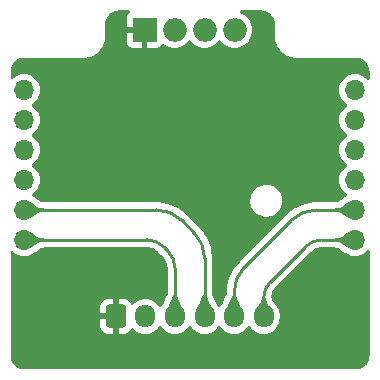
<source format=gtl>
G04 #@! TF.GenerationSoftware,KiCad,Pcbnew,7.0.1*
G04 #@! TF.CreationDate,2023-07-14T19:01:49+02:00*
G04 #@! TF.ProjectId,spectrophotometer_interface,73706563-7472-46f7-9068-6f746f6d6574,rev?*
G04 #@! TF.SameCoordinates,Original*
G04 #@! TF.FileFunction,Copper,L1,Top*
G04 #@! TF.FilePolarity,Positive*
%FSLAX46Y46*%
G04 Gerber Fmt 4.6, Leading zero omitted, Abs format (unit mm)*
G04 Created by KiCad (PCBNEW 7.0.1) date 2023-07-14 19:01:49*
%MOMM*%
%LPD*%
G01*
G04 APERTURE LIST*
G04 Aperture macros list*
%AMRoundRect*
0 Rectangle with rounded corners*
0 $1 Rounding radius*
0 $2 $3 $4 $5 $6 $7 $8 $9 X,Y pos of 4 corners*
0 Add a 4 corners polygon primitive as box body*
4,1,4,$2,$3,$4,$5,$6,$7,$8,$9,$2,$3,0*
0 Add four circle primitives for the rounded corners*
1,1,$1+$1,$2,$3*
1,1,$1+$1,$4,$5*
1,1,$1+$1,$6,$7*
1,1,$1+$1,$8,$9*
0 Add four rect primitives between the rounded corners*
20,1,$1+$1,$2,$3,$4,$5,0*
20,1,$1+$1,$4,$5,$6,$7,0*
20,1,$1+$1,$6,$7,$8,$9,0*
20,1,$1+$1,$8,$9,$2,$3,0*%
G04 Aperture macros list end*
G04 #@! TA.AperFunction,ComponentPad*
%ADD10O,2.000000X2.000000*%
G04 #@! TD*
G04 #@! TA.AperFunction,ComponentPad*
%ADD11O,1.700000X1.700000*%
G04 #@! TD*
G04 #@! TA.AperFunction,ComponentPad*
%ADD12R,2.000000X2.000000*%
G04 #@! TD*
G04 #@! TA.AperFunction,ComponentPad*
%ADD13O,1.700000X1.950000*%
G04 #@! TD*
G04 #@! TA.AperFunction,ComponentPad*
%ADD14RoundRect,0.250000X-0.600000X-0.725000X0.600000X-0.725000X0.600000X0.725000X-0.600000X0.725000X0*%
G04 #@! TD*
G04 #@! TA.AperFunction,ViaPad*
%ADD15C,0.800000*%
G04 #@! TD*
G04 #@! TA.AperFunction,Conductor*
%ADD16C,0.250000*%
G04 #@! TD*
G04 APERTURE END LIST*
D10*
X106235000Y-46943205D03*
X103695000Y-46943205D03*
D11*
X116425000Y-52023205D03*
X116425000Y-54563205D03*
X116425000Y-57103205D03*
X116425000Y-59643205D03*
X116425000Y-62183205D03*
X116425000Y-64723205D03*
X88425000Y-64723205D03*
X88425000Y-62183205D03*
X88425000Y-59643205D03*
X88425000Y-57103205D03*
X88425000Y-54563205D03*
X88425000Y-52023205D03*
D10*
X101155000Y-46943205D03*
D12*
X98615000Y-46943205D03*
D13*
X108694840Y-71200000D03*
X106194840Y-71200000D03*
X103694840Y-71200000D03*
X101194840Y-71200000D03*
X98694840Y-71200000D03*
D14*
X96194840Y-71200000D03*
D15*
X116600000Y-74625000D03*
X116600000Y-69625000D03*
X111600000Y-74625000D03*
X111600000Y-69625000D03*
X111600000Y-59625000D03*
X111600000Y-54625000D03*
X106600000Y-74625000D03*
X106600000Y-64625000D03*
X106600000Y-59625000D03*
X106600000Y-54625000D03*
X106600000Y-49625000D03*
X101600000Y-74625000D03*
X101600000Y-59625000D03*
X101600000Y-54625000D03*
X96600000Y-74625000D03*
X96600000Y-59625000D03*
X96600000Y-54625000D03*
X96600000Y-49625000D03*
X91600000Y-74625000D03*
X91600000Y-69625000D03*
X91600000Y-59625000D03*
X91600000Y-54625000D03*
D16*
X113650062Y-64723177D02*
G75*
G03*
X112235849Y-65308991I38J-2000023D01*
G01*
X109280622Y-68264208D02*
G75*
G03*
X108694840Y-69678427I1414178J-1414192D01*
G01*
X113179276Y-62183187D02*
G75*
G03*
X111057955Y-63061885I24J-3000013D01*
G01*
X107073507Y-67046309D02*
G75*
G03*
X106194840Y-69167641I2121293J-2121291D01*
G01*
X106194840Y-69167641D02*
X106194840Y-71200000D01*
X111057955Y-63061885D02*
X107073519Y-67046321D01*
X116425000Y-62183205D02*
X113179276Y-62183205D01*
X100228821Y-65309001D02*
G75*
G03*
X98814618Y-64723205I-1414221J-1414199D01*
G01*
X101194809Y-67103427D02*
G75*
G03*
X100609053Y-65689213I-2000009J27D01*
G01*
X101756721Y-63061887D02*
G75*
G03*
X99635404Y-62183205I-2121321J-2121313D01*
G01*
X103694799Y-66242641D02*
G75*
G03*
X102816160Y-64121320I-2999999J41D01*
G01*
X113650062Y-64723205D02*
X116425000Y-64723205D01*
X109280627Y-68264213D02*
X112235849Y-65308991D01*
X108694840Y-71200000D02*
X108694840Y-69678427D01*
X100609053Y-65689213D02*
X100228831Y-65308991D01*
X101194840Y-71200000D02*
X101194840Y-67103427D01*
X98814618Y-64723205D02*
X88425000Y-64723205D01*
X99635404Y-62183205D02*
X88425000Y-62183205D01*
X102816160Y-64121320D02*
X101756724Y-63061884D01*
X103694840Y-71200000D02*
X103694840Y-66242641D01*
G04 #@! TA.AperFunction,Conductor*
G36*
X98818669Y-65348970D02*
G01*
X98985911Y-65359934D01*
X99001986Y-65362050D01*
X99162390Y-65393958D01*
X99178042Y-65398152D01*
X99308719Y-65442512D01*
X99332910Y-65450724D01*
X99347894Y-65456931D01*
X99494569Y-65529264D01*
X99508612Y-65537372D01*
X99644593Y-65628233D01*
X99657449Y-65638096D01*
X99739483Y-65710040D01*
X99783639Y-65748765D01*
X99789560Y-65754311D01*
X99854463Y-65819215D01*
X99854468Y-65819218D01*
X100012023Y-65976774D01*
X100163870Y-66128621D01*
X100169419Y-66134546D01*
X100279928Y-66260564D01*
X100289801Y-66273431D01*
X100380661Y-66409417D01*
X100388771Y-66423465D01*
X100461093Y-66570128D01*
X100467300Y-66585112D01*
X100519867Y-66739976D01*
X100524065Y-66755644D01*
X100555967Y-66916038D01*
X100558084Y-66932120D01*
X100569074Y-67099848D01*
X100569339Y-67107955D01*
X100569339Y-67194628D01*
X100569340Y-67194636D01*
X100569340Y-69250043D01*
X100561828Y-69292546D01*
X100467576Y-69550866D01*
X100465629Y-69555864D01*
X100345367Y-69845859D01*
X100342601Y-69852045D01*
X100227645Y-70091379D01*
X100223571Y-70099146D01*
X100182354Y-70171381D01*
X100162341Y-70197602D01*
X100156347Y-70203596D01*
X100046414Y-70360597D01*
X100002096Y-70399462D01*
X99944839Y-70413473D01*
X99887582Y-70399462D01*
X99843266Y-70360598D01*
X99733335Y-70203599D01*
X99566241Y-70036505D01*
X99372670Y-69900965D01*
X99158503Y-69801097D01*
X99097341Y-69784709D01*
X98930247Y-69739936D01*
X98694840Y-69719340D01*
X98459432Y-69739936D01*
X98231176Y-69801097D01*
X98017010Y-69900965D01*
X97823441Y-70036503D01*
X97675875Y-70184069D01*
X97628905Y-70213514D01*
X97573798Y-70219548D01*
X97521568Y-70200967D01*
X97482655Y-70161484D01*
X97387155Y-70006653D01*
X97263185Y-69882683D01*
X97113962Y-69790642D01*
X96947536Y-69735493D01*
X96844819Y-69725000D01*
X96444840Y-69725000D01*
X96444840Y-72674999D01*
X96844819Y-72674999D01*
X96947535Y-72664506D01*
X97113962Y-72609357D01*
X97263185Y-72517316D01*
X97387156Y-72393345D01*
X97482655Y-72238516D01*
X97521568Y-72199032D01*
X97573798Y-72180451D01*
X97628905Y-72186486D01*
X97675875Y-72215931D01*
X97823439Y-72363495D01*
X98017010Y-72499035D01*
X98231177Y-72598903D01*
X98459432Y-72660063D01*
X98694840Y-72680659D01*
X98930248Y-72660063D01*
X99158503Y-72598903D01*
X99372669Y-72499035D01*
X99566241Y-72363495D01*
X99733335Y-72196401D01*
X99843266Y-72039401D01*
X99887583Y-72000537D01*
X99944840Y-71986526D01*
X100002097Y-72000537D01*
X100046413Y-72039401D01*
X100156345Y-72196401D01*
X100323439Y-72363495D01*
X100517010Y-72499035D01*
X100731177Y-72598903D01*
X100959432Y-72660063D01*
X101194840Y-72680659D01*
X101430248Y-72660063D01*
X101658503Y-72598903D01*
X101872669Y-72499035D01*
X102066241Y-72363495D01*
X102233335Y-72196401D01*
X102343266Y-72039401D01*
X102387583Y-72000537D01*
X102444840Y-71986526D01*
X102502097Y-72000537D01*
X102546413Y-72039401D01*
X102656345Y-72196401D01*
X102823439Y-72363495D01*
X103017010Y-72499035D01*
X103231177Y-72598903D01*
X103459432Y-72660063D01*
X103694840Y-72680659D01*
X103930248Y-72660063D01*
X104158503Y-72598903D01*
X104372669Y-72499035D01*
X104566241Y-72363495D01*
X104733335Y-72196401D01*
X104843266Y-72039401D01*
X104887583Y-72000537D01*
X104944840Y-71986526D01*
X105002097Y-72000537D01*
X105046413Y-72039401D01*
X105156345Y-72196401D01*
X105323439Y-72363495D01*
X105517010Y-72499035D01*
X105731177Y-72598903D01*
X105959432Y-72660063D01*
X106194840Y-72680659D01*
X106430248Y-72660063D01*
X106658503Y-72598903D01*
X106872669Y-72499035D01*
X107066241Y-72363495D01*
X107233335Y-72196401D01*
X107343266Y-72039401D01*
X107387583Y-72000537D01*
X107444840Y-71986526D01*
X107502097Y-72000537D01*
X107546413Y-72039401D01*
X107656345Y-72196401D01*
X107823439Y-72363495D01*
X108017010Y-72499035D01*
X108231177Y-72598903D01*
X108459432Y-72660063D01*
X108694840Y-72680659D01*
X108930248Y-72660063D01*
X109158503Y-72598903D01*
X109372669Y-72499035D01*
X109566241Y-72363495D01*
X109733335Y-72196401D01*
X109868875Y-72002829D01*
X109968743Y-71788663D01*
X110029903Y-71560408D01*
X110045340Y-71383966D01*
X110045340Y-71016034D01*
X110029903Y-70839592D01*
X109968743Y-70611337D01*
X109868875Y-70397171D01*
X109733335Y-70203599D01*
X109572071Y-70042335D01*
X109554192Y-70019715D01*
X109546142Y-70006654D01*
X109525785Y-69973625D01*
X109521524Y-69966139D01*
X109407678Y-69748888D01*
X109404700Y-69742803D01*
X109340195Y-69601266D01*
X109329297Y-69541736D01*
X109331566Y-69507119D01*
X109333680Y-69491048D01*
X109365586Y-69330639D01*
X109369783Y-69314978D01*
X109391824Y-69250046D01*
X109422353Y-69160106D01*
X109428552Y-69145140D01*
X109500890Y-68998454D01*
X109508993Y-68984419D01*
X109599861Y-68848425D01*
X109609718Y-68835579D01*
X109720163Y-68709641D01*
X109725694Y-68703735D01*
X109776625Y-68652806D01*
X109776625Y-68652804D01*
X109786830Y-68642600D01*
X109786833Y-68642595D01*
X112614235Y-65815194D01*
X112614245Y-65815187D01*
X112654743Y-65774688D01*
X112675293Y-65754137D01*
X112681182Y-65748620D01*
X112807223Y-65638083D01*
X112820081Y-65628217D01*
X112956064Y-65537353D01*
X112970106Y-65529245D01*
X113116793Y-65456903D01*
X113131750Y-65450708D01*
X113286632Y-65398130D01*
X113302293Y-65393933D01*
X113462698Y-65362024D01*
X113478773Y-65359908D01*
X113611761Y-65351189D01*
X113645591Y-65348971D01*
X113653703Y-65348705D01*
X114652239Y-65348705D01*
X114677027Y-65351208D01*
X114679924Y-65351799D01*
X114679929Y-65351800D01*
X114940409Y-65380565D01*
X114977172Y-65390511D01*
X115044182Y-65420306D01*
X115058754Y-65426786D01*
X115084889Y-65442512D01*
X115217113Y-65546194D01*
X115217355Y-65546399D01*
X115219825Y-65548322D01*
X115220153Y-65548578D01*
X115225502Y-65552772D01*
X115225801Y-65552974D01*
X115448098Y-65726030D01*
X115483719Y-65751365D01*
X115485418Y-65752466D01*
X115492992Y-65756920D01*
X115523213Y-65774693D01*
X115630058Y-65831437D01*
X115719118Y-65878736D01*
X115719128Y-65878741D01*
X115732083Y-65886676D01*
X115747170Y-65897240D01*
X115747171Y-65897240D01*
X115747172Y-65897241D01*
X115799910Y-65921833D01*
X115805668Y-65924702D01*
X115851256Y-65948914D01*
X115876985Y-65958290D01*
X115886934Y-65962413D01*
X115961337Y-65997108D01*
X116189592Y-66058268D01*
X116425000Y-66078864D01*
X116660408Y-66058268D01*
X116888663Y-65997108D01*
X117102830Y-65897240D01*
X117296401Y-65761700D01*
X117457659Y-65600442D01*
X117507022Y-65570192D01*
X117564738Y-65565650D01*
X117618225Y-65587805D01*
X117655825Y-65631828D01*
X117669340Y-65688123D01*
X117669340Y-74495125D01*
X117668958Y-74504854D01*
X117655337Y-74677918D01*
X117652293Y-74697136D01*
X117612909Y-74861185D01*
X117606896Y-74879690D01*
X117542336Y-75035555D01*
X117533503Y-75052891D01*
X117445357Y-75196737D01*
X117433920Y-75212480D01*
X117324350Y-75340772D01*
X117310592Y-75354531D01*
X117182307Y-75464099D01*
X117166566Y-75475535D01*
X117022720Y-75563688D01*
X117005383Y-75572522D01*
X116849518Y-75637087D01*
X116831013Y-75643100D01*
X116666965Y-75682489D01*
X116647747Y-75685533D01*
X116475205Y-75699117D01*
X116465473Y-75699500D01*
X88537551Y-75699500D01*
X88537545Y-75699499D01*
X88474701Y-75699499D01*
X88464976Y-75699117D01*
X88291912Y-75685502D01*
X88272692Y-75682458D01*
X88108650Y-75643078D01*
X88090144Y-75637066D01*
X87934275Y-75572506D01*
X87916938Y-75563673D01*
X87773087Y-75475525D01*
X87757345Y-75464087D01*
X87629056Y-75354521D01*
X87615297Y-75340763D01*
X87505731Y-75212481D01*
X87494293Y-75196739D01*
X87406140Y-75052889D01*
X87397306Y-75035551D01*
X87332745Y-74879689D01*
X87326732Y-74861184D01*
X87287346Y-74697135D01*
X87284302Y-74677916D01*
X87270722Y-74505362D01*
X87270340Y-74495633D01*
X87270340Y-71450000D01*
X94844841Y-71450000D01*
X94844841Y-71974979D01*
X94855333Y-72077695D01*
X94910482Y-72244122D01*
X95002523Y-72393345D01*
X95126494Y-72517316D01*
X95275717Y-72609357D01*
X95442143Y-72664506D01*
X95544861Y-72675000D01*
X95944840Y-72675000D01*
X95944840Y-71450000D01*
X94844841Y-71450000D01*
X87270340Y-71450000D01*
X87270340Y-70950000D01*
X94844840Y-70950000D01*
X95944840Y-70950000D01*
X95944840Y-69725001D01*
X95544861Y-69725001D01*
X95442144Y-69735493D01*
X95275717Y-69790642D01*
X95126494Y-69882683D01*
X95002523Y-70006654D01*
X94910482Y-70155877D01*
X94855333Y-70322303D01*
X94844840Y-70425021D01*
X94844840Y-70950000D01*
X87270340Y-70950000D01*
X87270340Y-65777803D01*
X87283855Y-65721508D01*
X87321455Y-65677485D01*
X87374942Y-65655330D01*
X87432658Y-65659872D01*
X87482021Y-65690122D01*
X87553599Y-65761700D01*
X87747170Y-65897240D01*
X87961337Y-65997108D01*
X88189592Y-66058268D01*
X88425000Y-66078864D01*
X88660408Y-66058268D01*
X88888663Y-65997108D01*
X88963079Y-65962406D01*
X88973013Y-65958290D01*
X88998743Y-65948914D01*
X89044331Y-65924702D01*
X89050079Y-65921838D01*
X89076133Y-65909688D01*
X89102830Y-65897240D01*
X89117919Y-65886673D01*
X89130872Y-65878739D01*
X89326780Y-65774695D01*
X89364579Y-65752466D01*
X89366278Y-65751365D01*
X89401899Y-65726030D01*
X89629402Y-65548921D01*
X89630798Y-65547830D01*
X89644133Y-65537374D01*
X89664501Y-65521402D01*
X89765111Y-65442509D01*
X89791236Y-65426789D01*
X89872825Y-65390511D01*
X89909587Y-65380565D01*
X90170071Y-65351800D01*
X90171899Y-65351427D01*
X90172973Y-65351208D01*
X90197761Y-65348705D01*
X98810559Y-65348705D01*
X98818669Y-65348970D01*
G37*
G04 #@! TD.AperFunction*
G04 #@! TA.AperFunction,Conductor*
G36*
X97326081Y-45315668D02*
G01*
X97370969Y-45357460D01*
X97390338Y-45415654D01*
X97379449Y-45476011D01*
X97340965Y-45523767D01*
X97257811Y-45586015D01*
X97171647Y-45701115D01*
X97121402Y-45835829D01*
X97115000Y-45895381D01*
X97115000Y-46693205D01*
X98741000Y-46693205D01*
X98803000Y-46709818D01*
X98848387Y-46755205D01*
X98865000Y-46817205D01*
X98865000Y-48443205D01*
X99662824Y-48443205D01*
X99722375Y-48436802D01*
X99857089Y-48386557D01*
X99972188Y-48300393D01*
X100069037Y-48171021D01*
X100069848Y-48171628D01*
X100087569Y-48145243D01*
X100137822Y-48117093D01*
X100195372Y-48114686D01*
X100247800Y-48138540D01*
X100331485Y-48203675D01*
X100331487Y-48203676D01*
X100331491Y-48203679D01*
X100550190Y-48322033D01*
X100785386Y-48402776D01*
X101030665Y-48443705D01*
X101279335Y-48443705D01*
X101524614Y-48402776D01*
X101759810Y-48322033D01*
X101978509Y-48203679D01*
X102174744Y-48050943D01*
X102333771Y-47878193D01*
X102391259Y-47842856D01*
X102458741Y-47842856D01*
X102516228Y-47878193D01*
X102675256Y-48050943D01*
X102675259Y-48050945D01*
X102871485Y-48203675D01*
X102871487Y-48203676D01*
X102871491Y-48203679D01*
X103090190Y-48322033D01*
X103325386Y-48402776D01*
X103570665Y-48443705D01*
X103819335Y-48443705D01*
X104064614Y-48402776D01*
X104299810Y-48322033D01*
X104518509Y-48203679D01*
X104714744Y-48050943D01*
X104873771Y-47878193D01*
X104931259Y-47842856D01*
X104998741Y-47842856D01*
X105056228Y-47878193D01*
X105215256Y-48050943D01*
X105215259Y-48050945D01*
X105411485Y-48203675D01*
X105411487Y-48203676D01*
X105411491Y-48203679D01*
X105630190Y-48322033D01*
X105865386Y-48402776D01*
X106110665Y-48443705D01*
X106359335Y-48443705D01*
X106604614Y-48402776D01*
X106839810Y-48322033D01*
X107058509Y-48203679D01*
X107254744Y-48050943D01*
X107423164Y-47867990D01*
X107559173Y-47659812D01*
X107659063Y-47432086D01*
X107720108Y-47191026D01*
X107740643Y-46943205D01*
X107720108Y-46695384D01*
X107659063Y-46454324D01*
X107559173Y-46226598D01*
X107423164Y-46018420D01*
X107254744Y-45835467D01*
X107169752Y-45769315D01*
X107058514Y-45682734D01*
X107058510Y-45682731D01*
X107058509Y-45682731D01*
X106839810Y-45564377D01*
X106839806Y-45564375D01*
X106839805Y-45564375D01*
X106773991Y-45541781D01*
X106717673Y-45502270D01*
X106691084Y-45438820D01*
X106702407Y-45370962D01*
X106748158Y-45319584D01*
X106814254Y-45300500D01*
X108464952Y-45300500D01*
X108474684Y-45300882D01*
X108647748Y-45314506D01*
X108666962Y-45317550D01*
X108675431Y-45319584D01*
X108831002Y-45356938D01*
X108849506Y-45362951D01*
X109005365Y-45427513D01*
X109022701Y-45436347D01*
X109166542Y-45524496D01*
X109182284Y-45535933D01*
X109310567Y-45645500D01*
X109324317Y-45659250D01*
X109433885Y-45787542D01*
X109445319Y-45803279D01*
X109533469Y-45947128D01*
X109542302Y-45964465D01*
X109606858Y-46120321D01*
X109612871Y-46138826D01*
X109652254Y-46302869D01*
X109655298Y-46322087D01*
X109668958Y-46495651D01*
X109669340Y-46505380D01*
X109669340Y-47448598D01*
X109669300Y-47448799D01*
X109669300Y-47618014D01*
X109700108Y-47852017D01*
X109761198Y-48080005D01*
X109831058Y-48248659D01*
X109851522Y-48298062D01*
X109969537Y-48502465D01*
X110113223Y-48689716D01*
X110280120Y-48856609D01*
X110312861Y-48881731D01*
X110467376Y-49000291D01*
X110569578Y-49059294D01*
X110671781Y-49118299D01*
X110791057Y-49167702D01*
X110889837Y-49208616D01*
X110889840Y-49208616D01*
X110889843Y-49208618D01*
X111117828Y-49269701D01*
X111351835Y-49300503D01*
X111469848Y-49300500D01*
X116464952Y-49300500D01*
X116474684Y-49300882D01*
X116647748Y-49314506D01*
X116666962Y-49317550D01*
X116735512Y-49334010D01*
X116831002Y-49356938D01*
X116849506Y-49362951D01*
X117005365Y-49427513D01*
X117022701Y-49436347D01*
X117166542Y-49524496D01*
X117182284Y-49535933D01*
X117310567Y-49645500D01*
X117324317Y-49659250D01*
X117433885Y-49787542D01*
X117445319Y-49803279D01*
X117533469Y-49947128D01*
X117542302Y-49964465D01*
X117606858Y-50120321D01*
X117612871Y-50138826D01*
X117652254Y-50302869D01*
X117655298Y-50322087D01*
X117668958Y-50495651D01*
X117669340Y-50505380D01*
X117669340Y-51058287D01*
X117655825Y-51114582D01*
X117618225Y-51158605D01*
X117564738Y-51180760D01*
X117507022Y-51176218D01*
X117457659Y-51145968D01*
X117296404Y-50984713D01*
X117296403Y-50984712D01*
X117296401Y-50984710D01*
X117102830Y-50849170D01*
X116888663Y-50749302D01*
X116827502Y-50732914D01*
X116660407Y-50688141D01*
X116425000Y-50667545D01*
X116189592Y-50688141D01*
X115961336Y-50749302D01*
X115747170Y-50849170D01*
X115553598Y-50984710D01*
X115386505Y-51151803D01*
X115250965Y-51345375D01*
X115151097Y-51559541D01*
X115089936Y-51787797D01*
X115069340Y-52023205D01*
X115089936Y-52258612D01*
X115134709Y-52425707D01*
X115151097Y-52486868D01*
X115250965Y-52701035D01*
X115386505Y-52894606D01*
X115553599Y-53061700D01*
X115739160Y-53191631D01*
X115778024Y-53235948D01*
X115792035Y-53293205D01*
X115778024Y-53350462D01*
X115739159Y-53394780D01*
X115553595Y-53524713D01*
X115386505Y-53691803D01*
X115250965Y-53885375D01*
X115151097Y-54099541D01*
X115089936Y-54327797D01*
X115069340Y-54563204D01*
X115089936Y-54798612D01*
X115134709Y-54965707D01*
X115151097Y-55026868D01*
X115250965Y-55241035D01*
X115386505Y-55434606D01*
X115553599Y-55601700D01*
X115739160Y-55731631D01*
X115778024Y-55775948D01*
X115792035Y-55833205D01*
X115778024Y-55890462D01*
X115739159Y-55934780D01*
X115553595Y-56064713D01*
X115386505Y-56231803D01*
X115250965Y-56425375D01*
X115151097Y-56639541D01*
X115089936Y-56867797D01*
X115069340Y-57103204D01*
X115089936Y-57338612D01*
X115134709Y-57505706D01*
X115151097Y-57566868D01*
X115250965Y-57781035D01*
X115386505Y-57974606D01*
X115553599Y-58141700D01*
X115739160Y-58271631D01*
X115778024Y-58315948D01*
X115792035Y-58373205D01*
X115778024Y-58430462D01*
X115739159Y-58474780D01*
X115553595Y-58604713D01*
X115386505Y-58771803D01*
X115250965Y-58965375D01*
X115151097Y-59179541D01*
X115089936Y-59407797D01*
X115069340Y-59643205D01*
X115089936Y-59878612D01*
X115134709Y-60045707D01*
X115151097Y-60106868D01*
X115250965Y-60321035D01*
X115386505Y-60514606D01*
X115553599Y-60681700D01*
X115739160Y-60811631D01*
X115778025Y-60855949D01*
X115792035Y-60913207D01*
X115778023Y-60970465D01*
X115739155Y-61014782D01*
X115732098Y-61019723D01*
X115719140Y-61027659D01*
X115523212Y-61131715D01*
X115485453Y-61153916D01*
X115483770Y-61155006D01*
X115448101Y-61180373D01*
X115225420Y-61353729D01*
X115225124Y-61353931D01*
X115220099Y-61357871D01*
X115219787Y-61358115D01*
X115217554Y-61359854D01*
X115217333Y-61360039D01*
X115084887Y-61463894D01*
X115058754Y-61479620D01*
X114977174Y-61515895D01*
X114940405Y-61525842D01*
X114736950Y-61548312D01*
X114679927Y-61554610D01*
X114679924Y-61554610D01*
X114679920Y-61554611D01*
X114677024Y-61555202D01*
X114652236Y-61557705D01*
X113270488Y-61557705D01*
X113270480Y-61557704D01*
X113230650Y-61557704D01*
X113230559Y-61557686D01*
X113001162Y-61557688D01*
X112646653Y-61592607D01*
X112297281Y-61662104D01*
X111956410Y-61765510D01*
X111627297Y-61901835D01*
X111313146Y-62069756D01*
X111313143Y-62069757D01*
X111313143Y-62069758D01*
X111016959Y-62267665D01*
X111016958Y-62267666D01*
X111016954Y-62267669D01*
X110741596Y-62493652D01*
X106667554Y-66567695D01*
X106667481Y-66567743D01*
X106505266Y-66729960D01*
X106279287Y-67005317D01*
X106081378Y-67301512D01*
X105913460Y-67615667D01*
X105777144Y-67944769D01*
X105673742Y-68285652D01*
X105604248Y-68635038D01*
X105569338Y-68989537D01*
X105569340Y-69128291D01*
X105569340Y-69250043D01*
X105561828Y-69292546D01*
X105467576Y-69550866D01*
X105465629Y-69555864D01*
X105345367Y-69845859D01*
X105342601Y-69852045D01*
X105227645Y-70091379D01*
X105223571Y-70099146D01*
X105182354Y-70171381D01*
X105162341Y-70197602D01*
X105156347Y-70203596D01*
X105046414Y-70360597D01*
X105002096Y-70399462D01*
X104944839Y-70413473D01*
X104887582Y-70399462D01*
X104843266Y-70360598D01*
X104733335Y-70203599D01*
X104727337Y-70197601D01*
X104707318Y-70171374D01*
X104666109Y-70099152D01*
X104662035Y-70091386D01*
X104638479Y-70042343D01*
X104547065Y-69852021D01*
X104544315Y-69845870D01*
X104491843Y-69719340D01*
X104424057Y-69555883D01*
X104422110Y-69550885D01*
X104327852Y-69292546D01*
X104320340Y-69250044D01*
X104320340Y-66195751D01*
X104320299Y-66195104D01*
X104320301Y-66064541D01*
X104285391Y-65710040D01*
X104215902Y-65360667D01*
X104112503Y-65019788D01*
X103976190Y-64690685D01*
X103916268Y-64578575D01*
X103808276Y-64376527D01*
X103687888Y-64196347D01*
X103610378Y-64080341D01*
X103384402Y-63804977D01*
X103325120Y-63745693D01*
X103325114Y-63745684D01*
X103296624Y-63717194D01*
X103258463Y-63679033D01*
X103258464Y-63679033D01*
X103204760Y-63625328D01*
X103204759Y-63625327D01*
X103193968Y-63614536D01*
X103193959Y-63614529D01*
X102165673Y-62586241D01*
X102165606Y-62586182D01*
X102073071Y-62493646D01*
X101797714Y-62267666D01*
X101501527Y-62069759D01*
X101187377Y-61901843D01*
X100858273Y-61765523D01*
X100858274Y-61765523D01*
X100858271Y-61765522D01*
X100517391Y-61662117D01*
X100517389Y-61662116D01*
X100517384Y-61662115D01*
X100168022Y-61592622D01*
X99813512Y-61557705D01*
X99714424Y-61557705D01*
X99714423Y-61557705D01*
X90197764Y-61557705D01*
X90172976Y-61555202D01*
X90170079Y-61554611D01*
X90170076Y-61554610D01*
X90170073Y-61554610D01*
X90071970Y-61543775D01*
X89909589Y-61525842D01*
X89872819Y-61515895D01*
X89791242Y-61479621D01*
X89765109Y-61463895D01*
X89634688Y-61361627D01*
X89634431Y-61361402D01*
X89630425Y-61358283D01*
X89630091Y-61358022D01*
X89625081Y-61354094D01*
X89624772Y-61353882D01*
X89617234Y-61348014D01*
X107566828Y-61348014D01*
X107576613Y-61578370D01*
X107625190Y-61803769D01*
X107668908Y-61912565D01*
X107711159Y-62017711D01*
X107832049Y-62214048D01*
X107911061Y-62303823D01*
X107984381Y-62387132D01*
X108163768Y-62531977D01*
X108365063Y-62644426D01*
X108582464Y-62721239D01*
X108809713Y-62760205D01*
X108809715Y-62760205D01*
X108982535Y-62760205D01*
X108982539Y-62760205D01*
X109097337Y-62750433D01*
X109154739Y-62745548D01*
X109377869Y-62687450D01*
X109587971Y-62592478D01*
X109779000Y-62463364D01*
X109945462Y-62303824D01*
X110082566Y-62118447D01*
X110186370Y-61912565D01*
X110253886Y-61692102D01*
X110283172Y-61463399D01*
X110273386Y-61233037D01*
X110224810Y-61007643D01*
X110209870Y-60970464D01*
X110138842Y-60793702D01*
X110138841Y-60793699D01*
X110017951Y-60597362D01*
X109919632Y-60485650D01*
X109865618Y-60424277D01*
X109686231Y-60279432D01*
X109484936Y-60166983D01*
X109267535Y-60090170D01*
X109040287Y-60051205D01*
X109040285Y-60051205D01*
X108867465Y-60051205D01*
X108867461Y-60051205D01*
X108695262Y-60065861D01*
X108472129Y-60123960D01*
X108262029Y-60218931D01*
X108071000Y-60348045D01*
X107904537Y-60507586D01*
X107767434Y-60692962D01*
X107663630Y-60898844D01*
X107596114Y-61119307D01*
X107591679Y-61153941D01*
X107571465Y-61311804D01*
X107566828Y-61348014D01*
X89617234Y-61348014D01*
X89486884Y-61246538D01*
X89401900Y-61180378D01*
X89366278Y-61155042D01*
X89366230Y-61155011D01*
X89364575Y-61153938D01*
X89344764Y-61142288D01*
X89326779Y-61131712D01*
X89234744Y-61082833D01*
X89130869Y-61027665D01*
X89117911Y-61019729D01*
X89110844Y-61014781D01*
X89071976Y-60970464D01*
X89057964Y-60913206D01*
X89071974Y-60855948D01*
X89110837Y-60811633D01*
X89296401Y-60681700D01*
X89463495Y-60514606D01*
X89599035Y-60321035D01*
X89698903Y-60106868D01*
X89760063Y-59878613D01*
X89780659Y-59643205D01*
X89760063Y-59407797D01*
X89698903Y-59179542D01*
X89599035Y-58965376D01*
X89463495Y-58771804D01*
X89296401Y-58604710D01*
X89110839Y-58474778D01*
X89071975Y-58430462D01*
X89057964Y-58373205D01*
X89071975Y-58315948D01*
X89110839Y-58271631D01*
X89296401Y-58141700D01*
X89463495Y-57974606D01*
X89599035Y-57781035D01*
X89698903Y-57566868D01*
X89760063Y-57338613D01*
X89780659Y-57103205D01*
X89760063Y-56867797D01*
X89698903Y-56639542D01*
X89599035Y-56425376D01*
X89463495Y-56231804D01*
X89296401Y-56064710D01*
X89110839Y-55934778D01*
X89071975Y-55890462D01*
X89057964Y-55833205D01*
X89071975Y-55775948D01*
X89110839Y-55731631D01*
X89296401Y-55601700D01*
X89463495Y-55434606D01*
X89599035Y-55241035D01*
X89698903Y-55026868D01*
X89760063Y-54798613D01*
X89780659Y-54563205D01*
X89760063Y-54327797D01*
X89698903Y-54099542D01*
X89599035Y-53885376D01*
X89463495Y-53691804D01*
X89296401Y-53524710D01*
X89110839Y-53394778D01*
X89071975Y-53350462D01*
X89057964Y-53293205D01*
X89071975Y-53235948D01*
X89110839Y-53191631D01*
X89296401Y-53061700D01*
X89463495Y-52894606D01*
X89599035Y-52701035D01*
X89698903Y-52486868D01*
X89760063Y-52258613D01*
X89780659Y-52023205D01*
X89760063Y-51787797D01*
X89698903Y-51559542D01*
X89599035Y-51345376D01*
X89463495Y-51151804D01*
X89296401Y-50984710D01*
X89102830Y-50849170D01*
X88888663Y-50749302D01*
X88827502Y-50732914D01*
X88660407Y-50688141D01*
X88425000Y-50667545D01*
X88189592Y-50688141D01*
X87961336Y-50749302D01*
X87747170Y-50849170D01*
X87553598Y-50984710D01*
X87482021Y-51056288D01*
X87432658Y-51086538D01*
X87374942Y-51091080D01*
X87321455Y-51068925D01*
X87283855Y-51024902D01*
X87270340Y-50968607D01*
X87270340Y-50504875D01*
X87270722Y-50495146D01*
X87284342Y-50322089D01*
X87287386Y-50302870D01*
X87326771Y-50138822D01*
X87332779Y-50120331D01*
X87397347Y-49964454D01*
X87406172Y-49947134D01*
X87494331Y-49803275D01*
X87505757Y-49787549D01*
X87615331Y-49659257D01*
X87629078Y-49645510D01*
X87757375Y-49535938D01*
X87773111Y-49524507D01*
X87916959Y-49436360D01*
X87934286Y-49427531D01*
X88090162Y-49362969D01*
X88108647Y-49356963D01*
X88272709Y-49317579D01*
X88291918Y-49314537D01*
X88465489Y-49300881D01*
X88475206Y-49300500D01*
X88517427Y-49300501D01*
X88517430Y-49300500D01*
X93418439Y-49300500D01*
X93418645Y-49300540D01*
X93469848Y-49300539D01*
X93469848Y-49300540D01*
X93587860Y-49300537D01*
X93821863Y-49269724D01*
X94049842Y-49208631D01*
X94267898Y-49118305D01*
X94472298Y-49000290D01*
X94659545Y-48856605D01*
X94826437Y-48689709D01*
X94970116Y-48502458D01*
X95088126Y-48298054D01*
X95178447Y-48079997D01*
X95239533Y-47852016D01*
X95270340Y-47618012D01*
X95270340Y-47500000D01*
X95270340Y-47452405D01*
X95270340Y-47193205D01*
X97115000Y-47193205D01*
X97115000Y-47991029D01*
X97121402Y-48050580D01*
X97171647Y-48185294D01*
X97257811Y-48300393D01*
X97372910Y-48386557D01*
X97507624Y-48436802D01*
X97567176Y-48443205D01*
X98365000Y-48443205D01*
X98365000Y-47193205D01*
X97115000Y-47193205D01*
X95270340Y-47193205D01*
X95270340Y-46504875D01*
X95270722Y-46495146D01*
X95284342Y-46322089D01*
X95287386Y-46302870D01*
X95326771Y-46138822D01*
X95332779Y-46120331D01*
X95397347Y-45964454D01*
X95406172Y-45947134D01*
X95494331Y-45803275D01*
X95505757Y-45787549D01*
X95615331Y-45659257D01*
X95629078Y-45645510D01*
X95757375Y-45535938D01*
X95773111Y-45524507D01*
X95916959Y-45436360D01*
X95934286Y-45427531D01*
X96090162Y-45362969D01*
X96108647Y-45356963D01*
X96272709Y-45317579D01*
X96291918Y-45314537D01*
X96465489Y-45300881D01*
X96475206Y-45300500D01*
X96517427Y-45300501D01*
X96517430Y-45300500D01*
X97266654Y-45300500D01*
X97326081Y-45315668D01*
G37*
G04 #@! TD.AperFunction*
G04 #@! TA.AperFunction,Conductor*
G36*
X106318362Y-69377113D02*
G01*
X106322645Y-69382689D01*
X106451899Y-69736943D01*
X106583959Y-70055387D01*
X106716018Y-70330331D01*
X106848078Y-70561775D01*
X106972770Y-70739233D01*
X106974877Y-70745275D01*
X106973491Y-70751521D01*
X106969027Y-70756104D01*
X106200669Y-71197649D01*
X106194839Y-71199205D01*
X106189009Y-71197649D01*
X106017096Y-71098857D01*
X105420650Y-70756102D01*
X105416188Y-70751521D01*
X105414802Y-70745275D01*
X105416908Y-70739235D01*
X105541601Y-70561775D01*
X105673661Y-70330331D01*
X105805720Y-70055387D01*
X105937780Y-69736943D01*
X106067034Y-69382689D01*
X106071318Y-69377113D01*
X106078025Y-69375000D01*
X106311655Y-69375000D01*
X106318362Y-69377113D01*
G37*
G04 #@! TD.AperFunction*
G04 #@! TA.AperFunction,Conductor*
G36*
X116100665Y-61404763D02*
G01*
X116104653Y-61409783D01*
X116424134Y-62178715D01*
X116425029Y-62183204D01*
X116424134Y-62187693D01*
X116104653Y-62956626D01*
X116100665Y-62961646D01*
X116094630Y-62963811D01*
X116088360Y-62962470D01*
X115760321Y-62788251D01*
X115758622Y-62787150D01*
X115531119Y-62610041D01*
X115531094Y-62610005D01*
X115531087Y-62610016D01*
X115335422Y-62456588D01*
X115335421Y-62456587D01*
X115093153Y-62348862D01*
X115093152Y-62348861D01*
X115093150Y-62348861D01*
X114735416Y-62309355D01*
X114727985Y-62305532D01*
X114725000Y-62297726D01*
X114725000Y-62068684D01*
X114727985Y-62060878D01*
X114735416Y-62057055D01*
X114911152Y-62037646D01*
X115093153Y-62017547D01*
X115335422Y-61909821D01*
X115531087Y-61756393D01*
X115531093Y-61756401D01*
X115531116Y-61756369D01*
X115758628Y-61579252D01*
X115760315Y-61578159D01*
X116088361Y-61403938D01*
X116094630Y-61402598D01*
X116100665Y-61404763D01*
G37*
G04 #@! TD.AperFunction*
G04 #@! TA.AperFunction,Conductor*
G36*
X116100665Y-63944763D02*
G01*
X116104653Y-63949783D01*
X116424134Y-64718716D01*
X116425029Y-64723205D01*
X116424134Y-64727694D01*
X116104653Y-65496626D01*
X116100665Y-65501646D01*
X116094630Y-65503811D01*
X116088360Y-65502470D01*
X115760321Y-65328251D01*
X115758622Y-65327150D01*
X115531119Y-65150041D01*
X115531094Y-65150005D01*
X115531087Y-65150016D01*
X115335422Y-64996588D01*
X115335421Y-64996587D01*
X115093153Y-64888862D01*
X115093152Y-64888861D01*
X115093150Y-64888861D01*
X114735416Y-64849355D01*
X114727985Y-64845532D01*
X114725000Y-64837726D01*
X114725000Y-64608684D01*
X114727985Y-64600878D01*
X114735416Y-64597055D01*
X114911152Y-64577646D01*
X115093153Y-64557547D01*
X115335422Y-64449821D01*
X115531087Y-64296393D01*
X115531093Y-64296401D01*
X115531116Y-64296369D01*
X115758628Y-64119252D01*
X115760315Y-64118159D01*
X116088361Y-63943938D01*
X116094630Y-63942598D01*
X116100665Y-63944763D01*
G37*
G04 #@! TD.AperFunction*
G04 #@! TA.AperFunction,Conductor*
G36*
X108818644Y-69680287D02*
G01*
X108822961Y-69685275D01*
X108951895Y-69968185D01*
X109083958Y-70220201D01*
X109216018Y-70434462D01*
X109348077Y-70610965D01*
X109348078Y-70610966D01*
X109469869Y-70738930D01*
X109472949Y-70745161D01*
X109471950Y-70752041D01*
X109467224Y-70757139D01*
X108700669Y-71197649D01*
X108694839Y-71199205D01*
X108689009Y-71197649D01*
X107922455Y-70757139D01*
X107917729Y-70752041D01*
X107916730Y-70745161D01*
X107919808Y-70738932D01*
X108041601Y-70610966D01*
X108173661Y-70434461D01*
X108305720Y-70220202D01*
X108437780Y-69968191D01*
X108566719Y-69685274D01*
X108571036Y-69680287D01*
X108577365Y-69678427D01*
X108812315Y-69678427D01*
X108818644Y-69680287D01*
G37*
G04 #@! TD.AperFunction*
G04 #@! TA.AperFunction,Conductor*
G36*
X101318362Y-69377113D02*
G01*
X101322645Y-69382689D01*
X101451899Y-69736943D01*
X101583959Y-70055387D01*
X101716018Y-70330331D01*
X101848078Y-70561775D01*
X101972770Y-70739233D01*
X101974877Y-70745275D01*
X101973491Y-70751521D01*
X101969027Y-70756104D01*
X101200669Y-71197649D01*
X101194839Y-71199205D01*
X101189009Y-71197649D01*
X101017096Y-71098857D01*
X100420650Y-70756102D01*
X100416188Y-70751521D01*
X100414802Y-70745275D01*
X100416908Y-70739235D01*
X100541601Y-70561775D01*
X100673661Y-70330331D01*
X100805720Y-70055387D01*
X100937780Y-69736943D01*
X101067034Y-69382689D01*
X101071318Y-69377113D01*
X101078025Y-69375000D01*
X101311655Y-69375000D01*
X101318362Y-69377113D01*
G37*
G04 #@! TD.AperFunction*
G04 #@! TA.AperFunction,Conductor*
G36*
X88761638Y-63943938D02*
G01*
X88763190Y-63944763D01*
X89089676Y-64118156D01*
X89091375Y-64119257D01*
X89318878Y-64296367D01*
X89318905Y-64296400D01*
X89318911Y-64296393D01*
X89514576Y-64449821D01*
X89756846Y-64557547D01*
X89903807Y-64573777D01*
X90114584Y-64597055D01*
X90122015Y-64600878D01*
X90125000Y-64608684D01*
X90125000Y-64837726D01*
X90122015Y-64845532D01*
X90114584Y-64849355D01*
X89756848Y-64888861D01*
X89514575Y-64996588D01*
X89318911Y-65150016D01*
X89318878Y-65150041D01*
X89091375Y-65327150D01*
X89089676Y-65328251D01*
X88761639Y-65502470D01*
X88755369Y-65503811D01*
X88749334Y-65501646D01*
X88745346Y-65496626D01*
X88675388Y-65328251D01*
X88425864Y-64727693D01*
X88424970Y-64723205D01*
X88425865Y-64718716D01*
X88475936Y-64598205D01*
X88745347Y-63949781D01*
X88749334Y-63944763D01*
X88755369Y-63942598D01*
X88761638Y-63943938D01*
G37*
G04 #@! TD.AperFunction*
G04 #@! TA.AperFunction,Conductor*
G36*
X88761638Y-61403938D02*
G01*
X88763190Y-61404763D01*
X89089676Y-61578156D01*
X89091375Y-61579257D01*
X89318878Y-61756367D01*
X89318905Y-61756400D01*
X89318911Y-61756393D01*
X89514576Y-61909821D01*
X89756846Y-62017547D01*
X89903807Y-62033777D01*
X90114584Y-62057055D01*
X90122015Y-62060878D01*
X90125000Y-62068684D01*
X90125000Y-62297726D01*
X90122015Y-62305532D01*
X90114584Y-62309355D01*
X89756848Y-62348861D01*
X89514575Y-62456588D01*
X89318911Y-62610016D01*
X89318878Y-62610041D01*
X89091375Y-62787150D01*
X89089676Y-62788251D01*
X88761639Y-62962470D01*
X88755369Y-62963811D01*
X88749334Y-62961646D01*
X88745346Y-62956626D01*
X88425865Y-62187693D01*
X88424970Y-62183204D01*
X88425864Y-62178717D01*
X88745347Y-61409781D01*
X88749334Y-61404763D01*
X88755369Y-61402598D01*
X88761638Y-61403938D01*
G37*
G04 #@! TD.AperFunction*
G04 #@! TA.AperFunction,Conductor*
G36*
X103818362Y-69377113D02*
G01*
X103822645Y-69382689D01*
X103951899Y-69736943D01*
X104083959Y-70055387D01*
X104216018Y-70330331D01*
X104348078Y-70561775D01*
X104472770Y-70739233D01*
X104474877Y-70745275D01*
X104473491Y-70751521D01*
X104469027Y-70756104D01*
X103700669Y-71197649D01*
X103694839Y-71199205D01*
X103689009Y-71197649D01*
X103517096Y-71098857D01*
X102920650Y-70756102D01*
X102916188Y-70751521D01*
X102914802Y-70745275D01*
X102916908Y-70739235D01*
X103041601Y-70561775D01*
X103173661Y-70330331D01*
X103305720Y-70055387D01*
X103437780Y-69736943D01*
X103567034Y-69382689D01*
X103571318Y-69377113D01*
X103578025Y-69375000D01*
X103811655Y-69375000D01*
X103818362Y-69377113D01*
G37*
G04 #@! TD.AperFunction*
M02*

</source>
